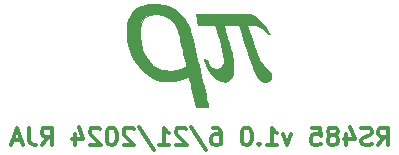
<source format=gbr>
%TF.GenerationSoftware,KiCad,Pcbnew,8.0.3*%
%TF.CreationDate,2024-06-22T22:44:29-05:00*%
%TF.ProjectId,RS485_breakout,52533438-355f-4627-9265-616b6f75742e,rev?*%
%TF.SameCoordinates,Original*%
%TF.FileFunction,Legend,Bot*%
%TF.FilePolarity,Positive*%
%FSLAX46Y46*%
G04 Gerber Fmt 4.6, Leading zero omitted, Abs format (unit mm)*
G04 Created by KiCad (PCBNEW 8.0.3) date 2024-06-22 22:44:29*
%MOMM*%
%LPD*%
G01*
G04 APERTURE LIST*
%ADD10C,0.300000*%
%ADD11C,0.005000*%
%ADD12R,1.700000X1.700000*%
%ADD13O,1.700000X1.700000*%
%ADD14C,5.700000*%
%ADD15C,3.200000*%
%ADD16R,1.500000X1.500000*%
%ADD17C,1.500000*%
G04 APERTURE END LIST*
D10*
X155188346Y-96200828D02*
X155688346Y-95486542D01*
X156045489Y-96200828D02*
X156045489Y-94700828D01*
X156045489Y-94700828D02*
X155474060Y-94700828D01*
X155474060Y-94700828D02*
X155331203Y-94772257D01*
X155331203Y-94772257D02*
X155259774Y-94843685D01*
X155259774Y-94843685D02*
X155188346Y-94986542D01*
X155188346Y-94986542D02*
X155188346Y-95200828D01*
X155188346Y-95200828D02*
X155259774Y-95343685D01*
X155259774Y-95343685D02*
X155331203Y-95415114D01*
X155331203Y-95415114D02*
X155474060Y-95486542D01*
X155474060Y-95486542D02*
X156045489Y-95486542D01*
X154616917Y-96129400D02*
X154402632Y-96200828D01*
X154402632Y-96200828D02*
X154045489Y-96200828D01*
X154045489Y-96200828D02*
X153902632Y-96129400D01*
X153902632Y-96129400D02*
X153831203Y-96057971D01*
X153831203Y-96057971D02*
X153759774Y-95915114D01*
X153759774Y-95915114D02*
X153759774Y-95772257D01*
X153759774Y-95772257D02*
X153831203Y-95629400D01*
X153831203Y-95629400D02*
X153902632Y-95557971D01*
X153902632Y-95557971D02*
X154045489Y-95486542D01*
X154045489Y-95486542D02*
X154331203Y-95415114D01*
X154331203Y-95415114D02*
X154474060Y-95343685D01*
X154474060Y-95343685D02*
X154545489Y-95272257D01*
X154545489Y-95272257D02*
X154616917Y-95129400D01*
X154616917Y-95129400D02*
X154616917Y-94986542D01*
X154616917Y-94986542D02*
X154545489Y-94843685D01*
X154545489Y-94843685D02*
X154474060Y-94772257D01*
X154474060Y-94772257D02*
X154331203Y-94700828D01*
X154331203Y-94700828D02*
X153974060Y-94700828D01*
X153974060Y-94700828D02*
X153759774Y-94772257D01*
X152474061Y-95200828D02*
X152474061Y-96200828D01*
X152831203Y-94629400D02*
X153188346Y-95700828D01*
X153188346Y-95700828D02*
X152259775Y-95700828D01*
X151474061Y-95343685D02*
X151616918Y-95272257D01*
X151616918Y-95272257D02*
X151688347Y-95200828D01*
X151688347Y-95200828D02*
X151759775Y-95057971D01*
X151759775Y-95057971D02*
X151759775Y-94986542D01*
X151759775Y-94986542D02*
X151688347Y-94843685D01*
X151688347Y-94843685D02*
X151616918Y-94772257D01*
X151616918Y-94772257D02*
X151474061Y-94700828D01*
X151474061Y-94700828D02*
X151188347Y-94700828D01*
X151188347Y-94700828D02*
X151045490Y-94772257D01*
X151045490Y-94772257D02*
X150974061Y-94843685D01*
X150974061Y-94843685D02*
X150902632Y-94986542D01*
X150902632Y-94986542D02*
X150902632Y-95057971D01*
X150902632Y-95057971D02*
X150974061Y-95200828D01*
X150974061Y-95200828D02*
X151045490Y-95272257D01*
X151045490Y-95272257D02*
X151188347Y-95343685D01*
X151188347Y-95343685D02*
X151474061Y-95343685D01*
X151474061Y-95343685D02*
X151616918Y-95415114D01*
X151616918Y-95415114D02*
X151688347Y-95486542D01*
X151688347Y-95486542D02*
X151759775Y-95629400D01*
X151759775Y-95629400D02*
X151759775Y-95915114D01*
X151759775Y-95915114D02*
X151688347Y-96057971D01*
X151688347Y-96057971D02*
X151616918Y-96129400D01*
X151616918Y-96129400D02*
X151474061Y-96200828D01*
X151474061Y-96200828D02*
X151188347Y-96200828D01*
X151188347Y-96200828D02*
X151045490Y-96129400D01*
X151045490Y-96129400D02*
X150974061Y-96057971D01*
X150974061Y-96057971D02*
X150902632Y-95915114D01*
X150902632Y-95915114D02*
X150902632Y-95629400D01*
X150902632Y-95629400D02*
X150974061Y-95486542D01*
X150974061Y-95486542D02*
X151045490Y-95415114D01*
X151045490Y-95415114D02*
X151188347Y-95343685D01*
X149545490Y-94700828D02*
X150259776Y-94700828D01*
X150259776Y-94700828D02*
X150331204Y-95415114D01*
X150331204Y-95415114D02*
X150259776Y-95343685D01*
X150259776Y-95343685D02*
X150116919Y-95272257D01*
X150116919Y-95272257D02*
X149759776Y-95272257D01*
X149759776Y-95272257D02*
X149616919Y-95343685D01*
X149616919Y-95343685D02*
X149545490Y-95415114D01*
X149545490Y-95415114D02*
X149474061Y-95557971D01*
X149474061Y-95557971D02*
X149474061Y-95915114D01*
X149474061Y-95915114D02*
X149545490Y-96057971D01*
X149545490Y-96057971D02*
X149616919Y-96129400D01*
X149616919Y-96129400D02*
X149759776Y-96200828D01*
X149759776Y-96200828D02*
X150116919Y-96200828D01*
X150116919Y-96200828D02*
X150259776Y-96129400D01*
X150259776Y-96129400D02*
X150331204Y-96057971D01*
X147831205Y-95200828D02*
X147474062Y-96200828D01*
X147474062Y-96200828D02*
X147116919Y-95200828D01*
X145759776Y-96200828D02*
X146616919Y-96200828D01*
X146188348Y-96200828D02*
X146188348Y-94700828D01*
X146188348Y-94700828D02*
X146331205Y-94915114D01*
X146331205Y-94915114D02*
X146474062Y-95057971D01*
X146474062Y-95057971D02*
X146616919Y-95129400D01*
X145116920Y-96057971D02*
X145045491Y-96129400D01*
X145045491Y-96129400D02*
X145116920Y-96200828D01*
X145116920Y-96200828D02*
X145188348Y-96129400D01*
X145188348Y-96129400D02*
X145116920Y-96057971D01*
X145116920Y-96057971D02*
X145116920Y-96200828D01*
X144116919Y-94700828D02*
X143974062Y-94700828D01*
X143974062Y-94700828D02*
X143831205Y-94772257D01*
X143831205Y-94772257D02*
X143759777Y-94843685D01*
X143759777Y-94843685D02*
X143688348Y-94986542D01*
X143688348Y-94986542D02*
X143616919Y-95272257D01*
X143616919Y-95272257D02*
X143616919Y-95629400D01*
X143616919Y-95629400D02*
X143688348Y-95915114D01*
X143688348Y-95915114D02*
X143759777Y-96057971D01*
X143759777Y-96057971D02*
X143831205Y-96129400D01*
X143831205Y-96129400D02*
X143974062Y-96200828D01*
X143974062Y-96200828D02*
X144116919Y-96200828D01*
X144116919Y-96200828D02*
X144259777Y-96129400D01*
X144259777Y-96129400D02*
X144331205Y-96057971D01*
X144331205Y-96057971D02*
X144402634Y-95915114D01*
X144402634Y-95915114D02*
X144474062Y-95629400D01*
X144474062Y-95629400D02*
X144474062Y-95272257D01*
X144474062Y-95272257D02*
X144402634Y-94986542D01*
X144402634Y-94986542D02*
X144331205Y-94843685D01*
X144331205Y-94843685D02*
X144259777Y-94772257D01*
X144259777Y-94772257D02*
X144116919Y-94700828D01*
X141188349Y-94700828D02*
X141474063Y-94700828D01*
X141474063Y-94700828D02*
X141616920Y-94772257D01*
X141616920Y-94772257D02*
X141688349Y-94843685D01*
X141688349Y-94843685D02*
X141831206Y-95057971D01*
X141831206Y-95057971D02*
X141902634Y-95343685D01*
X141902634Y-95343685D02*
X141902634Y-95915114D01*
X141902634Y-95915114D02*
X141831206Y-96057971D01*
X141831206Y-96057971D02*
X141759777Y-96129400D01*
X141759777Y-96129400D02*
X141616920Y-96200828D01*
X141616920Y-96200828D02*
X141331206Y-96200828D01*
X141331206Y-96200828D02*
X141188349Y-96129400D01*
X141188349Y-96129400D02*
X141116920Y-96057971D01*
X141116920Y-96057971D02*
X141045491Y-95915114D01*
X141045491Y-95915114D02*
X141045491Y-95557971D01*
X141045491Y-95557971D02*
X141116920Y-95415114D01*
X141116920Y-95415114D02*
X141188349Y-95343685D01*
X141188349Y-95343685D02*
X141331206Y-95272257D01*
X141331206Y-95272257D02*
X141616920Y-95272257D01*
X141616920Y-95272257D02*
X141759777Y-95343685D01*
X141759777Y-95343685D02*
X141831206Y-95415114D01*
X141831206Y-95415114D02*
X141902634Y-95557971D01*
X139331206Y-94629400D02*
X140616920Y-96557971D01*
X138902634Y-94843685D02*
X138831206Y-94772257D01*
X138831206Y-94772257D02*
X138688349Y-94700828D01*
X138688349Y-94700828D02*
X138331206Y-94700828D01*
X138331206Y-94700828D02*
X138188349Y-94772257D01*
X138188349Y-94772257D02*
X138116920Y-94843685D01*
X138116920Y-94843685D02*
X138045491Y-94986542D01*
X138045491Y-94986542D02*
X138045491Y-95129400D01*
X138045491Y-95129400D02*
X138116920Y-95343685D01*
X138116920Y-95343685D02*
X138974063Y-96200828D01*
X138974063Y-96200828D02*
X138045491Y-96200828D01*
X136616920Y-96200828D02*
X137474063Y-96200828D01*
X137045492Y-96200828D02*
X137045492Y-94700828D01*
X137045492Y-94700828D02*
X137188349Y-94915114D01*
X137188349Y-94915114D02*
X137331206Y-95057971D01*
X137331206Y-95057971D02*
X137474063Y-95129400D01*
X134902635Y-94629400D02*
X136188349Y-96557971D01*
X134474063Y-94843685D02*
X134402635Y-94772257D01*
X134402635Y-94772257D02*
X134259778Y-94700828D01*
X134259778Y-94700828D02*
X133902635Y-94700828D01*
X133902635Y-94700828D02*
X133759778Y-94772257D01*
X133759778Y-94772257D02*
X133688349Y-94843685D01*
X133688349Y-94843685D02*
X133616920Y-94986542D01*
X133616920Y-94986542D02*
X133616920Y-95129400D01*
X133616920Y-95129400D02*
X133688349Y-95343685D01*
X133688349Y-95343685D02*
X134545492Y-96200828D01*
X134545492Y-96200828D02*
X133616920Y-96200828D01*
X132688349Y-94700828D02*
X132545492Y-94700828D01*
X132545492Y-94700828D02*
X132402635Y-94772257D01*
X132402635Y-94772257D02*
X132331207Y-94843685D01*
X132331207Y-94843685D02*
X132259778Y-94986542D01*
X132259778Y-94986542D02*
X132188349Y-95272257D01*
X132188349Y-95272257D02*
X132188349Y-95629400D01*
X132188349Y-95629400D02*
X132259778Y-95915114D01*
X132259778Y-95915114D02*
X132331207Y-96057971D01*
X132331207Y-96057971D02*
X132402635Y-96129400D01*
X132402635Y-96129400D02*
X132545492Y-96200828D01*
X132545492Y-96200828D02*
X132688349Y-96200828D01*
X132688349Y-96200828D02*
X132831207Y-96129400D01*
X132831207Y-96129400D02*
X132902635Y-96057971D01*
X132902635Y-96057971D02*
X132974064Y-95915114D01*
X132974064Y-95915114D02*
X133045492Y-95629400D01*
X133045492Y-95629400D02*
X133045492Y-95272257D01*
X133045492Y-95272257D02*
X132974064Y-94986542D01*
X132974064Y-94986542D02*
X132902635Y-94843685D01*
X132902635Y-94843685D02*
X132831207Y-94772257D01*
X132831207Y-94772257D02*
X132688349Y-94700828D01*
X131616921Y-94843685D02*
X131545493Y-94772257D01*
X131545493Y-94772257D02*
X131402636Y-94700828D01*
X131402636Y-94700828D02*
X131045493Y-94700828D01*
X131045493Y-94700828D02*
X130902636Y-94772257D01*
X130902636Y-94772257D02*
X130831207Y-94843685D01*
X130831207Y-94843685D02*
X130759778Y-94986542D01*
X130759778Y-94986542D02*
X130759778Y-95129400D01*
X130759778Y-95129400D02*
X130831207Y-95343685D01*
X130831207Y-95343685D02*
X131688350Y-96200828D01*
X131688350Y-96200828D02*
X130759778Y-96200828D01*
X129474065Y-95200828D02*
X129474065Y-96200828D01*
X129831207Y-94629400D02*
X130188350Y-95700828D01*
X130188350Y-95700828D02*
X129259779Y-95700828D01*
X126688351Y-96200828D02*
X127188351Y-95486542D01*
X127545494Y-96200828D02*
X127545494Y-94700828D01*
X127545494Y-94700828D02*
X126974065Y-94700828D01*
X126974065Y-94700828D02*
X126831208Y-94772257D01*
X126831208Y-94772257D02*
X126759779Y-94843685D01*
X126759779Y-94843685D02*
X126688351Y-94986542D01*
X126688351Y-94986542D02*
X126688351Y-95200828D01*
X126688351Y-95200828D02*
X126759779Y-95343685D01*
X126759779Y-95343685D02*
X126831208Y-95415114D01*
X126831208Y-95415114D02*
X126974065Y-95486542D01*
X126974065Y-95486542D02*
X127545494Y-95486542D01*
X125616922Y-94700828D02*
X125616922Y-95772257D01*
X125616922Y-95772257D02*
X125688351Y-95986542D01*
X125688351Y-95986542D02*
X125831208Y-96129400D01*
X125831208Y-96129400D02*
X126045494Y-96200828D01*
X126045494Y-96200828D02*
X126188351Y-96200828D01*
X124974065Y-95772257D02*
X124259780Y-95772257D01*
X125116922Y-96200828D02*
X124616922Y-94700828D01*
X124616922Y-94700828D02*
X124116922Y-96200828D01*
D11*
%TO.C,G\u002A\u002A\u002A*%
X139978060Y-89433590D02*
X140085707Y-89889584D01*
X140191854Y-90341445D01*
X140294656Y-90781356D01*
X140392270Y-91201503D01*
X140482851Y-91594070D01*
X140564555Y-91951243D01*
X140635539Y-92265206D01*
X140693959Y-92528145D01*
X140737971Y-92732245D01*
X140765730Y-92869688D01*
X140775393Y-92932663D01*
X140749788Y-92946487D01*
X140649504Y-92958469D01*
X140482718Y-92963788D01*
X140259466Y-92961876D01*
X139743540Y-92949991D01*
X139454613Y-91701157D01*
X139427651Y-91584750D01*
X139356359Y-91278244D01*
X139291497Y-91001208D01*
X139235576Y-90764252D01*
X139191106Y-90577981D01*
X139160600Y-90453006D01*
X139146569Y-90399932D01*
X139137520Y-90384940D01*
X139087698Y-90380520D01*
X138988340Y-90428550D01*
X138853968Y-90496137D01*
X138584299Y-90595693D01*
X138256634Y-90683330D01*
X137887190Y-90754254D01*
X137874921Y-90756174D01*
X137365640Y-90794879D01*
X136872189Y-90752049D01*
X136399371Y-90628500D01*
X135951983Y-90425048D01*
X135601759Y-90198845D01*
X135194636Y-89850064D01*
X134834271Y-89440011D01*
X134525025Y-88976462D01*
X134271264Y-88467197D01*
X134077350Y-87919990D01*
X133947645Y-87342622D01*
X133886512Y-86742869D01*
X133885051Y-86699699D01*
X134976282Y-86699699D01*
X134990073Y-87044363D01*
X135060062Y-87547863D01*
X135185329Y-88021225D01*
X135361505Y-88457187D01*
X135584227Y-88848485D01*
X135849125Y-89187855D01*
X136151833Y-89468036D01*
X136487987Y-89681762D01*
X136853217Y-89821772D01*
X136853810Y-89821929D01*
X136991584Y-89845617D01*
X137185350Y-89862992D01*
X137407103Y-89873254D01*
X137628838Y-89875604D01*
X137822547Y-89869242D01*
X137960226Y-89853369D01*
X138200333Y-89796384D01*
X138442762Y-89723435D01*
X138648743Y-89645182D01*
X138806565Y-89566736D01*
X138904513Y-89493212D01*
X138930874Y-89429721D01*
X138927229Y-89414044D01*
X138906190Y-89322925D01*
X138869708Y-89164577D01*
X138820259Y-88949749D01*
X138760314Y-88689192D01*
X138692349Y-88393656D01*
X138618839Y-88073890D01*
X138597492Y-87981632D01*
X138518062Y-87648134D01*
X138438797Y-87329242D01*
X138363298Y-87038572D01*
X138295163Y-86789742D01*
X138237994Y-86596372D01*
X138195389Y-86472078D01*
X138128694Y-86315098D01*
X137936312Y-85954958D01*
X137712912Y-85663974D01*
X137450216Y-85432571D01*
X137139949Y-85251174D01*
X137083960Y-85224959D01*
X136967356Y-85175514D01*
X136861873Y-85144274D01*
X136743570Y-85127093D01*
X136588502Y-85119825D01*
X136372726Y-85118324D01*
X136308282Y-85118404D01*
X136110507Y-85121126D01*
X135969602Y-85130373D01*
X135863597Y-85149722D01*
X135770517Y-85182754D01*
X135668390Y-85233047D01*
X135590972Y-85276849D01*
X135361287Y-85455227D01*
X135187962Y-85680372D01*
X135068010Y-85958614D01*
X134998446Y-86296280D01*
X134976282Y-86699699D01*
X133885051Y-86699699D01*
X133882923Y-86636826D01*
X133888418Y-86253096D01*
X133928697Y-85920163D01*
X134007625Y-85615291D01*
X134129067Y-85315748D01*
X134224036Y-85143475D01*
X134454426Y-84854645D01*
X134747567Y-84611053D01*
X135093864Y-84419970D01*
X135483726Y-84288670D01*
X135484771Y-84288417D01*
X135702592Y-84253750D01*
X135976519Y-84236571D01*
X136280114Y-84236213D01*
X136586940Y-84252015D01*
X136870558Y-84283309D01*
X137104530Y-84329430D01*
X137130439Y-84336438D01*
X137605515Y-84508668D01*
X138032946Y-84750274D01*
X138410806Y-85059406D01*
X138737177Y-85434213D01*
X139010135Y-85872845D01*
X139227758Y-86373452D01*
X139245959Y-86433104D01*
X139284133Y-86574624D01*
X139337403Y-86782347D01*
X139403924Y-87048456D01*
X139481852Y-87365138D01*
X139569343Y-87724575D01*
X139664553Y-88118954D01*
X139765639Y-88540461D01*
X139870756Y-88981277D01*
X139977142Y-89429721D01*
X139978060Y-89433590D01*
G36*
X139978060Y-89433590D02*
G01*
X140085707Y-89889584D01*
X140191854Y-90341445D01*
X140294656Y-90781356D01*
X140392270Y-91201503D01*
X140482851Y-91594070D01*
X140564555Y-91951243D01*
X140635539Y-92265206D01*
X140693959Y-92528145D01*
X140737971Y-92732245D01*
X140765730Y-92869688D01*
X140775393Y-92932663D01*
X140749788Y-92946487D01*
X140649504Y-92958469D01*
X140482718Y-92963788D01*
X140259466Y-92961876D01*
X139743540Y-92949991D01*
X139454613Y-91701157D01*
X139427651Y-91584750D01*
X139356359Y-91278244D01*
X139291497Y-91001208D01*
X139235576Y-90764252D01*
X139191106Y-90577981D01*
X139160600Y-90453006D01*
X139146569Y-90399932D01*
X139137520Y-90384940D01*
X139087698Y-90380520D01*
X138988340Y-90428550D01*
X138853968Y-90496137D01*
X138584299Y-90595693D01*
X138256634Y-90683330D01*
X137887190Y-90754254D01*
X137874921Y-90756174D01*
X137365640Y-90794879D01*
X136872189Y-90752049D01*
X136399371Y-90628500D01*
X135951983Y-90425048D01*
X135601759Y-90198845D01*
X135194636Y-89850064D01*
X134834271Y-89440011D01*
X134525025Y-88976462D01*
X134271264Y-88467197D01*
X134077350Y-87919990D01*
X133947645Y-87342622D01*
X133886512Y-86742869D01*
X133885051Y-86699699D01*
X134976282Y-86699699D01*
X134990073Y-87044363D01*
X135060062Y-87547863D01*
X135185329Y-88021225D01*
X135361505Y-88457187D01*
X135584227Y-88848485D01*
X135849125Y-89187855D01*
X136151833Y-89468036D01*
X136487987Y-89681762D01*
X136853217Y-89821772D01*
X136853810Y-89821929D01*
X136991584Y-89845617D01*
X137185350Y-89862992D01*
X137407103Y-89873254D01*
X137628838Y-89875604D01*
X137822547Y-89869242D01*
X137960226Y-89853369D01*
X138200333Y-89796384D01*
X138442762Y-89723435D01*
X138648743Y-89645182D01*
X138806565Y-89566736D01*
X138904513Y-89493212D01*
X138930874Y-89429721D01*
X138927229Y-89414044D01*
X138906190Y-89322925D01*
X138869708Y-89164577D01*
X138820259Y-88949749D01*
X138760314Y-88689192D01*
X138692349Y-88393656D01*
X138618839Y-88073890D01*
X138597492Y-87981632D01*
X138518062Y-87648134D01*
X138438797Y-87329242D01*
X138363298Y-87038572D01*
X138295163Y-86789742D01*
X138237994Y-86596372D01*
X138195389Y-86472078D01*
X138128694Y-86315098D01*
X137936312Y-85954958D01*
X137712912Y-85663974D01*
X137450216Y-85432571D01*
X137139949Y-85251174D01*
X137083960Y-85224959D01*
X136967356Y-85175514D01*
X136861873Y-85144274D01*
X136743570Y-85127093D01*
X136588502Y-85119825D01*
X136372726Y-85118324D01*
X136308282Y-85118404D01*
X136110507Y-85121126D01*
X135969602Y-85130373D01*
X135863597Y-85149722D01*
X135770517Y-85182754D01*
X135668390Y-85233047D01*
X135590972Y-85276849D01*
X135361287Y-85455227D01*
X135187962Y-85680372D01*
X135068010Y-85958614D01*
X134998446Y-86296280D01*
X134976282Y-86699699D01*
X133885051Y-86699699D01*
X133882923Y-86636826D01*
X133888418Y-86253096D01*
X133928697Y-85920163D01*
X134007625Y-85615291D01*
X134129067Y-85315748D01*
X134224036Y-85143475D01*
X134454426Y-84854645D01*
X134747567Y-84611053D01*
X135093864Y-84419970D01*
X135483726Y-84288670D01*
X135484771Y-84288417D01*
X135702592Y-84253750D01*
X135976519Y-84236571D01*
X136280114Y-84236213D01*
X136586940Y-84252015D01*
X136870558Y-84283309D01*
X137104530Y-84329430D01*
X137130439Y-84336438D01*
X137605515Y-84508668D01*
X138032946Y-84750274D01*
X138410806Y-85059406D01*
X138737177Y-85434213D01*
X139010135Y-85872845D01*
X139227758Y-86373452D01*
X139245959Y-86433104D01*
X139284133Y-86574624D01*
X139337403Y-86782347D01*
X139403924Y-87048456D01*
X139481852Y-87365138D01*
X139569343Y-87724575D01*
X139664553Y-88118954D01*
X139765639Y-88540461D01*
X139870756Y-88981277D01*
X139977142Y-89429721D01*
X139978060Y-89433590D01*
G37*
X142421851Y-85055031D02*
X142871374Y-85056164D01*
X143250760Y-85058949D01*
X143567478Y-85064113D01*
X143829001Y-85072387D01*
X144042800Y-85084497D01*
X144216345Y-85101171D01*
X144357108Y-85123137D01*
X144472560Y-85151123D01*
X144570172Y-85185856D01*
X144657415Y-85228066D01*
X144741760Y-85278480D01*
X144830679Y-85337826D01*
X144999358Y-85467167D01*
X145292081Y-85758526D01*
X145582686Y-86132944D01*
X145870330Y-86589407D01*
X145985961Y-86790491D01*
X145888927Y-86788085D01*
X145837010Y-86773462D01*
X145729119Y-86691692D01*
X145588834Y-86535766D01*
X145512058Y-86446380D01*
X145332007Y-86281962D01*
X145120937Y-86155472D01*
X145024953Y-86109626D01*
X144909759Y-86064436D01*
X144799075Y-86040932D01*
X144663236Y-86033713D01*
X144472573Y-86037375D01*
X144089047Y-86049657D01*
X144540106Y-87426268D01*
X144678885Y-87844918D01*
X144805468Y-88214965D01*
X144911689Y-88510948D01*
X144998963Y-88736676D01*
X145068706Y-88895958D01*
X145122333Y-88992602D01*
X145191047Y-89082168D01*
X145311914Y-89224174D01*
X145459685Y-89387493D01*
X145616331Y-89551719D01*
X145710256Y-89648456D01*
X145878191Y-89831722D01*
X145994238Y-89979748D01*
X146067001Y-90106240D01*
X146105080Y-90224896D01*
X146117077Y-90349420D01*
X146093661Y-90516530D01*
X146000212Y-90680905D01*
X145841614Y-90794739D01*
X145756587Y-90823911D01*
X145553358Y-90833451D01*
X145342929Y-90770530D01*
X145139028Y-90640507D01*
X144955385Y-90448742D01*
X144910580Y-90384174D01*
X144805843Y-90195708D01*
X144685788Y-89933861D01*
X144549940Y-89597320D01*
X144397822Y-89184769D01*
X144228960Y-88694894D01*
X144042877Y-88126376D01*
X143839098Y-87477903D01*
X143617147Y-86748157D01*
X143407642Y-86049657D01*
X142747684Y-86037998D01*
X142611823Y-86035963D01*
X142404053Y-86034425D01*
X142237882Y-86035212D01*
X142127657Y-86038207D01*
X142087726Y-86043297D01*
X142096606Y-86076047D01*
X142127429Y-86180132D01*
X142177120Y-86344736D01*
X142242354Y-86558904D01*
X142319807Y-86811683D01*
X142406150Y-87092122D01*
X142548834Y-87563553D01*
X142668751Y-87982954D01*
X142762982Y-88344648D01*
X142833724Y-88659541D01*
X142883176Y-88938535D01*
X142913538Y-89192534D01*
X142927007Y-89432440D01*
X142925781Y-89669157D01*
X142924313Y-89710315D01*
X142905282Y-89983959D01*
X142867820Y-90194607D01*
X142805238Y-90360818D01*
X142710847Y-90501149D01*
X142577958Y-90634161D01*
X142547752Y-90659595D01*
X142371895Y-90763048D01*
X142175830Y-90798455D01*
X141939559Y-90770074D01*
X141876779Y-90753977D01*
X141596503Y-90635887D01*
X141321575Y-90450248D01*
X141068564Y-90209917D01*
X140854037Y-89927748D01*
X140853419Y-89926774D01*
X140769278Y-89776139D01*
X140675181Y-89580497D01*
X140583977Y-89369556D01*
X140508519Y-89173024D01*
X140461656Y-89020612D01*
X140449010Y-88950983D01*
X140468995Y-88913119D01*
X140548203Y-88914779D01*
X140620180Y-88935525D01*
X140677428Y-88996526D01*
X140729669Y-89118824D01*
X140765830Y-89214634D01*
X140860143Y-89396072D01*
X140981939Y-89529736D01*
X141152254Y-89641652D01*
X141182291Y-89657467D01*
X141417491Y-89742068D01*
X141629002Y-89747956D01*
X141810927Y-89677249D01*
X141957369Y-89532069D01*
X142062425Y-89314535D01*
X142090584Y-89225990D01*
X142113325Y-89135270D01*
X142121036Y-89048920D01*
X142113346Y-88945088D01*
X142089886Y-88801921D01*
X142050285Y-88597565D01*
X142038603Y-88539114D01*
X141958111Y-88163484D01*
X141860032Y-87741200D01*
X141751465Y-87301176D01*
X141639509Y-86872329D01*
X141531262Y-86483573D01*
X141399421Y-86028491D01*
X139945142Y-86028491D01*
X139870821Y-85636907D01*
X139854239Y-85550169D01*
X139819924Y-85374480D01*
X139791325Y-85232935D01*
X139773357Y-85150074D01*
X139750214Y-85054823D01*
X141926076Y-85054823D01*
X142421851Y-85055031D01*
G36*
X142421851Y-85055031D02*
G01*
X142871374Y-85056164D01*
X143250760Y-85058949D01*
X143567478Y-85064113D01*
X143829001Y-85072387D01*
X144042800Y-85084497D01*
X144216345Y-85101171D01*
X144357108Y-85123137D01*
X144472560Y-85151123D01*
X144570172Y-85185856D01*
X144657415Y-85228066D01*
X144741760Y-85278480D01*
X144830679Y-85337826D01*
X144999358Y-85467167D01*
X145292081Y-85758526D01*
X145582686Y-86132944D01*
X145870330Y-86589407D01*
X145985961Y-86790491D01*
X145888927Y-86788085D01*
X145837010Y-86773462D01*
X145729119Y-86691692D01*
X145588834Y-86535766D01*
X145512058Y-86446380D01*
X145332007Y-86281962D01*
X145120937Y-86155472D01*
X145024953Y-86109626D01*
X144909759Y-86064436D01*
X144799075Y-86040932D01*
X144663236Y-86033713D01*
X144472573Y-86037375D01*
X144089047Y-86049657D01*
X144540106Y-87426268D01*
X144678885Y-87844918D01*
X144805468Y-88214965D01*
X144911689Y-88510948D01*
X144998963Y-88736676D01*
X145068706Y-88895958D01*
X145122333Y-88992602D01*
X145191047Y-89082168D01*
X145311914Y-89224174D01*
X145459685Y-89387493D01*
X145616331Y-89551719D01*
X145710256Y-89648456D01*
X145878191Y-89831722D01*
X145994238Y-89979748D01*
X146067001Y-90106240D01*
X146105080Y-90224896D01*
X146117077Y-90349420D01*
X146093661Y-90516530D01*
X146000212Y-90680905D01*
X145841614Y-90794739D01*
X145756587Y-90823911D01*
X145553358Y-90833451D01*
X145342929Y-90770530D01*
X145139028Y-90640507D01*
X144955385Y-90448742D01*
X144910580Y-90384174D01*
X144805843Y-90195708D01*
X144685788Y-89933861D01*
X144549940Y-89597320D01*
X144397822Y-89184769D01*
X144228960Y-88694894D01*
X144042877Y-88126376D01*
X143839098Y-87477903D01*
X143617147Y-86748157D01*
X143407642Y-86049657D01*
X142747684Y-86037998D01*
X142611823Y-86035963D01*
X142404053Y-86034425D01*
X142237882Y-86035212D01*
X142127657Y-86038207D01*
X142087726Y-86043297D01*
X142096606Y-86076047D01*
X142127429Y-86180132D01*
X142177120Y-86344736D01*
X142242354Y-86558904D01*
X142319807Y-86811683D01*
X142406150Y-87092122D01*
X142548834Y-87563553D01*
X142668751Y-87982954D01*
X142762982Y-88344648D01*
X142833724Y-88659541D01*
X142883176Y-88938535D01*
X142913538Y-89192534D01*
X142927007Y-89432440D01*
X142925781Y-89669157D01*
X142924313Y-89710315D01*
X142905282Y-89983959D01*
X142867820Y-90194607D01*
X142805238Y-90360818D01*
X142710847Y-90501149D01*
X142577958Y-90634161D01*
X142547752Y-90659595D01*
X142371895Y-90763048D01*
X142175830Y-90798455D01*
X141939559Y-90770074D01*
X141876779Y-90753977D01*
X141596503Y-90635887D01*
X141321575Y-90450248D01*
X141068564Y-90209917D01*
X140854037Y-89927748D01*
X140853419Y-89926774D01*
X140769278Y-89776139D01*
X140675181Y-89580497D01*
X140583977Y-89369556D01*
X140508519Y-89173024D01*
X140461656Y-89020612D01*
X140449010Y-88950983D01*
X140468995Y-88913119D01*
X140548203Y-88914779D01*
X140620180Y-88935525D01*
X140677428Y-88996526D01*
X140729669Y-89118824D01*
X140765830Y-89214634D01*
X140860143Y-89396072D01*
X140981939Y-89529736D01*
X141152254Y-89641652D01*
X141182291Y-89657467D01*
X141417491Y-89742068D01*
X141629002Y-89747956D01*
X141810927Y-89677249D01*
X141957369Y-89532069D01*
X142062425Y-89314535D01*
X142090584Y-89225990D01*
X142113325Y-89135270D01*
X142121036Y-89048920D01*
X142113346Y-88945088D01*
X142089886Y-88801921D01*
X142050285Y-88597565D01*
X142038603Y-88539114D01*
X141958111Y-88163484D01*
X141860032Y-87741200D01*
X141751465Y-87301176D01*
X141639509Y-86872329D01*
X141531262Y-86483573D01*
X141399421Y-86028491D01*
X139945142Y-86028491D01*
X139870821Y-85636907D01*
X139854239Y-85550169D01*
X139819924Y-85374480D01*
X139791325Y-85232935D01*
X139773357Y-85150074D01*
X139750214Y-85054823D01*
X141926076Y-85054823D01*
X142421851Y-85055031D01*
G37*
%TD*%
%LPC*%
D12*
%TO.C,J2*%
X132080000Y-71000000D03*
D13*
X134620000Y-71000000D03*
X137160000Y-71000000D03*
X139700000Y-71000000D03*
X142240000Y-71000000D03*
X144780000Y-71000000D03*
%TD*%
D12*
%TO.C,J3*%
X129540000Y-99060000D03*
D13*
X132080000Y-99060000D03*
X134620000Y-99060000D03*
X137160000Y-99060000D03*
X139700000Y-99060000D03*
X142240000Y-99060000D03*
X144780000Y-99060000D03*
X147320000Y-99060000D03*
X149860000Y-99060000D03*
X152400000Y-99060000D03*
X154940000Y-99060000D03*
%TD*%
D14*
%TO.C,H1*%
X115900000Y-72500000D03*
%TD*%
D15*
%TO.C,J1*%
X161600000Y-90002500D03*
X161600000Y-78572500D03*
D16*
X155250000Y-88732500D03*
D17*
X152710000Y-87462500D03*
X155250000Y-86192500D03*
X152710000Y-84922500D03*
X155250000Y-83652500D03*
X152710000Y-82382500D03*
X155250000Y-81112500D03*
X152710000Y-79842500D03*
%TD*%
D14*
%TO.C,H4*%
X166000000Y-97500000D03*
%TD*%
%TO.C,H2*%
X166000000Y-72500000D03*
%TD*%
%TO.C,H3*%
X116000000Y-97500000D03*
%TD*%
D15*
%TO.C,J0*%
X120250000Y-78897500D03*
X120250000Y-90327500D03*
D16*
X126600000Y-80167500D03*
D17*
X129140000Y-81437500D03*
X126600000Y-82707500D03*
X129140000Y-83977500D03*
X126600000Y-85247500D03*
X129140000Y-86517500D03*
X126600000Y-87787500D03*
X129140000Y-89057500D03*
%TD*%
%LPD*%
M02*

</source>
